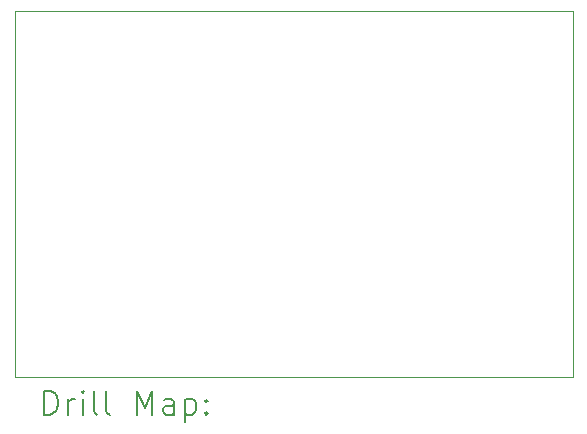
<source format=gbr>
%FSLAX45Y45*%
G04 Gerber Fmt 4.5, Leading zero omitted, Abs format (unit mm)*
G04 Created by KiCad (PCBNEW (6.0.0)) date 2023-04-27 21:53:18*
%MOMM*%
%LPD*%
G01*
G04 APERTURE LIST*
%TA.AperFunction,Profile*%
%ADD10C,0.100000*%
%TD*%
%ADD11C,0.200000*%
G04 APERTURE END LIST*
D10*
X22075000Y-10425000D02*
X17350000Y-10425000D01*
X17350000Y-10425000D02*
X17350000Y-7325000D01*
X17350000Y-7325000D02*
X22075000Y-7325000D01*
X22075000Y-7325000D02*
X22075000Y-10425000D01*
D11*
X17602619Y-10740476D02*
X17602619Y-10540476D01*
X17650238Y-10540476D01*
X17678810Y-10550000D01*
X17697857Y-10569048D01*
X17707381Y-10588095D01*
X17716905Y-10626190D01*
X17716905Y-10654762D01*
X17707381Y-10692857D01*
X17697857Y-10711905D01*
X17678810Y-10730952D01*
X17650238Y-10740476D01*
X17602619Y-10740476D01*
X17802619Y-10740476D02*
X17802619Y-10607143D01*
X17802619Y-10645238D02*
X17812143Y-10626190D01*
X17821667Y-10616667D01*
X17840714Y-10607143D01*
X17859762Y-10607143D01*
X17926429Y-10740476D02*
X17926429Y-10607143D01*
X17926429Y-10540476D02*
X17916905Y-10550000D01*
X17926429Y-10559524D01*
X17935952Y-10550000D01*
X17926429Y-10540476D01*
X17926429Y-10559524D01*
X18050238Y-10740476D02*
X18031190Y-10730952D01*
X18021667Y-10711905D01*
X18021667Y-10540476D01*
X18155000Y-10740476D02*
X18135952Y-10730952D01*
X18126429Y-10711905D01*
X18126429Y-10540476D01*
X18383571Y-10740476D02*
X18383571Y-10540476D01*
X18450238Y-10683333D01*
X18516905Y-10540476D01*
X18516905Y-10740476D01*
X18697857Y-10740476D02*
X18697857Y-10635714D01*
X18688333Y-10616667D01*
X18669286Y-10607143D01*
X18631190Y-10607143D01*
X18612143Y-10616667D01*
X18697857Y-10730952D02*
X18678810Y-10740476D01*
X18631190Y-10740476D01*
X18612143Y-10730952D01*
X18602619Y-10711905D01*
X18602619Y-10692857D01*
X18612143Y-10673810D01*
X18631190Y-10664286D01*
X18678810Y-10664286D01*
X18697857Y-10654762D01*
X18793095Y-10607143D02*
X18793095Y-10807143D01*
X18793095Y-10616667D02*
X18812143Y-10607143D01*
X18850238Y-10607143D01*
X18869286Y-10616667D01*
X18878810Y-10626190D01*
X18888333Y-10645238D01*
X18888333Y-10702381D01*
X18878810Y-10721429D01*
X18869286Y-10730952D01*
X18850238Y-10740476D01*
X18812143Y-10740476D01*
X18793095Y-10730952D01*
X18974048Y-10721429D02*
X18983571Y-10730952D01*
X18974048Y-10740476D01*
X18964524Y-10730952D01*
X18974048Y-10721429D01*
X18974048Y-10740476D01*
X18974048Y-10616667D02*
X18983571Y-10626190D01*
X18974048Y-10635714D01*
X18964524Y-10626190D01*
X18974048Y-10616667D01*
X18974048Y-10635714D01*
M02*

</source>
